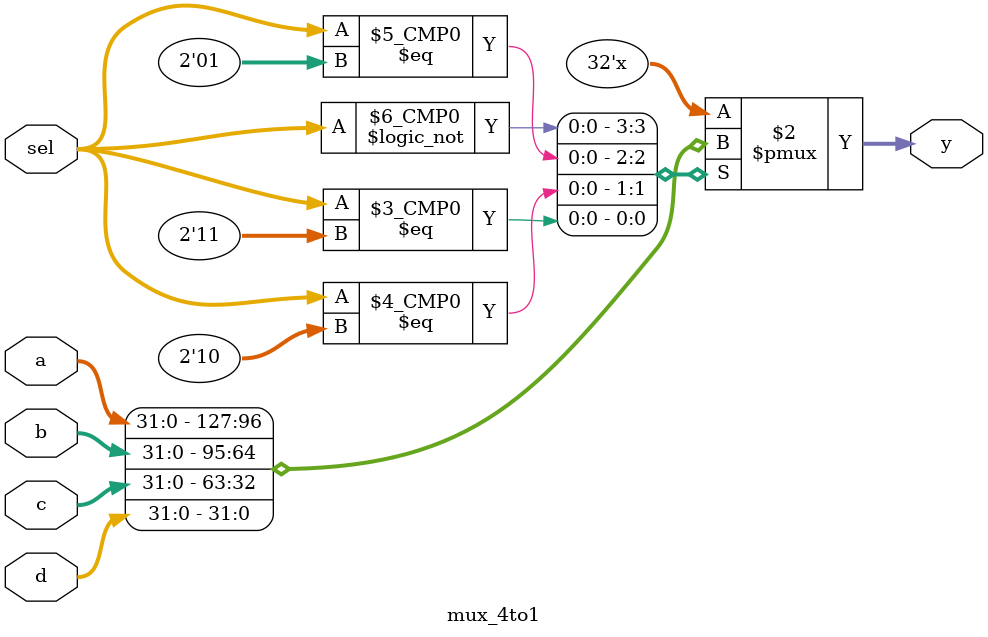
<source format=v>
module mux_4to1 (y,a,b,c,d,sel);
  output reg [31:0] y;
  input wire [31:0] a,b,c,d;
  input wire[1:0]sel;

always@(*)

begin
  casez(sel)
    2'b00: y<=a;
    2'b01: y<=b;
    2'b10: y<=c;
    2'b11: y<=d;
    default: y<=1'bz;
  endcase
end

endmodule

</source>
